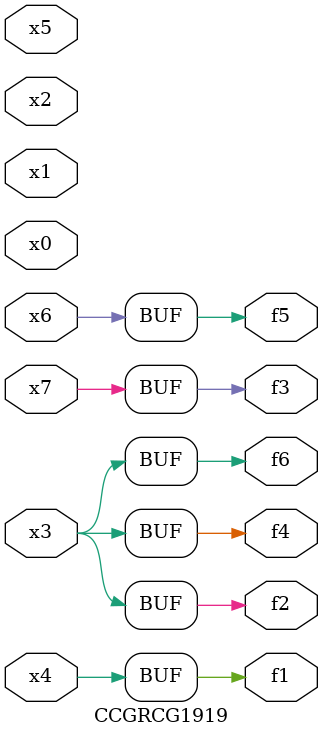
<source format=v>
module CCGRCG1919(
	input x0, x1, x2, x3, x4, x5, x6, x7,
	output f1, f2, f3, f4, f5, f6
);
	assign f1 = x4;
	assign f2 = x3;
	assign f3 = x7;
	assign f4 = x3;
	assign f5 = x6;
	assign f6 = x3;
endmodule

</source>
